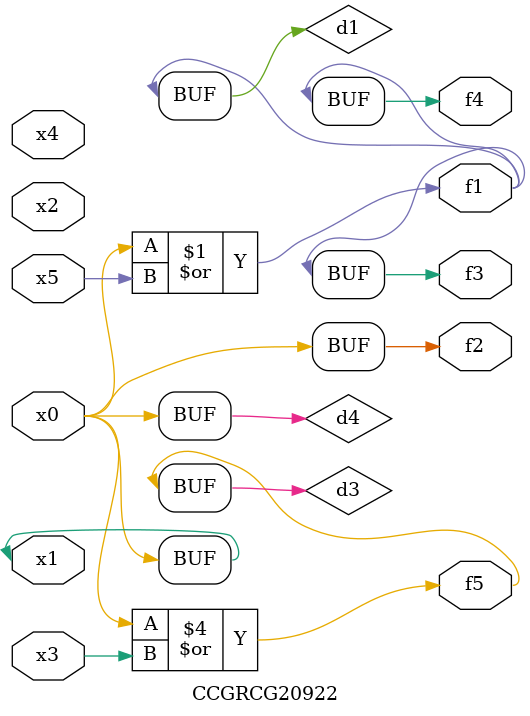
<source format=v>
module CCGRCG20922(
	input x0, x1, x2, x3, x4, x5,
	output f1, f2, f3, f4, f5
);

	wire d1, d2, d3, d4;

	or (d1, x0, x5);
	xnor (d2, x1, x4);
	or (d3, x0, x3);
	buf (d4, x0, x1);
	assign f1 = d1;
	assign f2 = d4;
	assign f3 = d1;
	assign f4 = d1;
	assign f5 = d3;
endmodule

</source>
